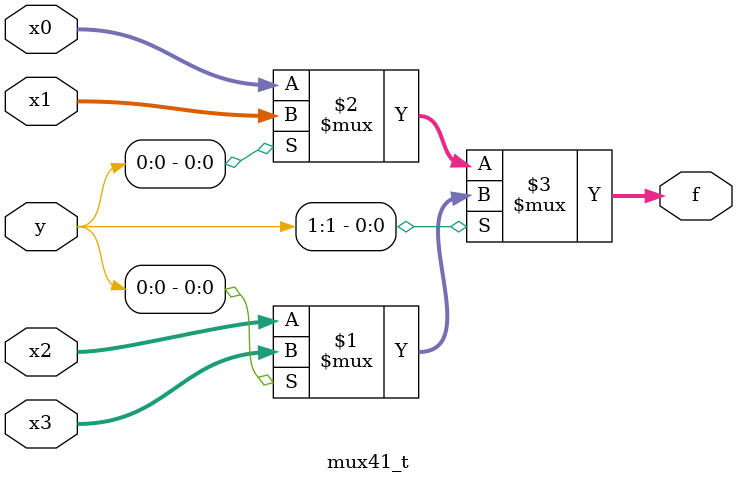
<source format=v>
module mux41_t(
	input		[1:0]	x0, 
	input		[1:0]	x1, 
	input		[1:0]	x2, 
	input		[1:0]	x3, 
	input		[1:0]	y,
	output	[1:0]	f
);

assign f = y[1] ? (y[0] ? x3 : x2) : (y[0] ? x1 : x0);

endmodule

		  

</source>
